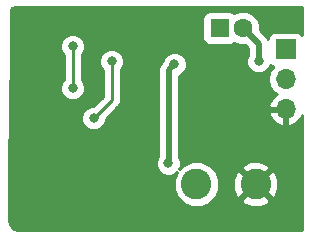
<source format=gbr>
G04 #@! TF.GenerationSoftware,KiCad,Pcbnew,(5.0.0)*
G04 #@! TF.CreationDate,2018-08-05T21:05:08-04:00*
G04 #@! TF.ProjectId,5vStepDown,357653746570446F776E2E6B69636164,rev?*
G04 #@! TF.SameCoordinates,Original*
G04 #@! TF.FileFunction,Copper,L2,Bot,Signal*
G04 #@! TF.FilePolarity,Positive*
%FSLAX46Y46*%
G04 Gerber Fmt 4.6, Leading zero omitted, Abs format (unit mm)*
G04 Created by KiCad (PCBNEW (5.0.0)) date 08/05/18 21:05:08*
%MOMM*%
%LPD*%
G01*
G04 APERTURE LIST*
G04 #@! TA.AperFunction,ComponentPad*
%ADD10C,1.600000*%
G04 #@! TD*
G04 #@! TA.AperFunction,ComponentPad*
%ADD11R,1.600000X1.600000*%
G04 #@! TD*
G04 #@! TA.AperFunction,ComponentPad*
%ADD12C,2.600000*%
G04 #@! TD*
G04 #@! TA.AperFunction,ComponentPad*
%ADD13O,1.700000X1.700000*%
G04 #@! TD*
G04 #@! TA.AperFunction,ComponentPad*
%ADD14R,1.700000X1.700000*%
G04 #@! TD*
G04 #@! TA.AperFunction,ViaPad*
%ADD15C,0.800000*%
G04 #@! TD*
G04 #@! TA.AperFunction,Conductor*
%ADD16C,0.500000*%
G04 #@! TD*
G04 #@! TA.AperFunction,Conductor*
%ADD17C,0.250000*%
G04 #@! TD*
G04 #@! TA.AperFunction,Conductor*
%ADD18C,0.254000*%
G04 #@! TD*
G04 APERTURE END LIST*
D10*
G04 #@! TO.P,C1,2*
G04 #@! TO.N,GND*
X180308000Y-88900000D03*
D11*
G04 #@! TO.P,C1,1*
G04 #@! TO.N,INPUT*
X178308000Y-88900000D03*
G04 #@! TD*
D12*
G04 #@! TO.P,10uH-4A1,2*
G04 #@! TO.N,Net-(10uH-4A1-Pad2)*
X176356000Y-102108000D03*
G04 #@! TO.P,10uH-4A1,1*
G04 #@! TO.N,OUTPUT*
X181356000Y-102108000D03*
G04 #@! TD*
D13*
G04 #@! TO.P,J1,3*
G04 #@! TO.N,OUTPUT*
X183896000Y-95758000D03*
G04 #@! TO.P,J1,2*
G04 #@! TO.N,GND*
X183896000Y-93218000D03*
D14*
G04 #@! TO.P,J1,1*
G04 #@! TO.N,INPUT*
X183896000Y-90678000D03*
G04 #@! TD*
D15*
G04 #@! TO.N,OUTPUT*
X170688000Y-96774000D03*
G04 #@! TO.N,Net-(10uH-4A1-Pad2)*
X174493347Y-91943347D03*
X173980001Y-100339999D03*
G04 #@! TO.N,GND*
X181610000Y-91694000D03*
G04 #@! TO.N,Net-(R1-Pad1)*
X165862000Y-93980000D03*
X165862000Y-90424000D03*
G04 #@! TO.N,Net-(R3-Pad1)*
X169164000Y-91694000D03*
X167640000Y-96520000D03*
G04 #@! TD*
D16*
G04 #@! TO.N,Net-(10uH-4A1-Pad2)*
X173990000Y-100330000D02*
X173980001Y-100339999D01*
X173990000Y-92446694D02*
X173990000Y-100330000D01*
X174493347Y-91943347D02*
X173990000Y-92446694D01*
G04 #@! TO.N,GND*
X181610000Y-90202000D02*
X180308000Y-88900000D01*
X181610000Y-91694000D02*
X181610000Y-90202000D01*
D17*
G04 #@! TO.N,Net-(R1-Pad1)*
X165862000Y-93980000D02*
X165862000Y-90424000D01*
G04 #@! TO.N,Net-(R3-Pad1)*
X169164000Y-91694000D02*
X169164000Y-94996000D01*
X169164000Y-94996000D02*
X167640000Y-96520000D01*
G04 #@! TD*
D18*
G04 #@! TO.N,OUTPUT*
G36*
X185293000Y-89503674D02*
X185203809Y-89370191D01*
X184993765Y-89229843D01*
X184746000Y-89180560D01*
X183046000Y-89180560D01*
X182798235Y-89229843D01*
X182588191Y-89370191D01*
X182447843Y-89580235D01*
X182404506Y-89798105D01*
X182334669Y-89693586D01*
X182297424Y-89637845D01*
X182297423Y-89637844D01*
X182248049Y-89563951D01*
X182174156Y-89514577D01*
X181743000Y-89083421D01*
X181743000Y-88614561D01*
X181524534Y-88087138D01*
X181120862Y-87683466D01*
X180593439Y-87465000D01*
X180022561Y-87465000D01*
X179572090Y-87651591D01*
X179565809Y-87642191D01*
X179355765Y-87501843D01*
X179108000Y-87452560D01*
X177508000Y-87452560D01*
X177260235Y-87501843D01*
X177050191Y-87642191D01*
X176909843Y-87852235D01*
X176860560Y-88100000D01*
X176860560Y-89700000D01*
X176909843Y-89947765D01*
X177050191Y-90157809D01*
X177260235Y-90298157D01*
X177508000Y-90347440D01*
X179108000Y-90347440D01*
X179355765Y-90298157D01*
X179565809Y-90157809D01*
X179572090Y-90148409D01*
X180022561Y-90335000D01*
X180491421Y-90335000D01*
X180725001Y-90568580D01*
X180725000Y-91125992D01*
X180575000Y-91488126D01*
X180575000Y-91899874D01*
X180732569Y-92280280D01*
X181023720Y-92571431D01*
X181404126Y-92729000D01*
X181815874Y-92729000D01*
X182196280Y-92571431D01*
X182487431Y-92280280D01*
X182604806Y-91996911D01*
X182798235Y-92126157D01*
X182843619Y-92135184D01*
X182825375Y-92147375D01*
X182497161Y-92638582D01*
X182381908Y-93218000D01*
X182497161Y-93797418D01*
X182825375Y-94288625D01*
X183144478Y-94501843D01*
X183014642Y-94562817D01*
X182624355Y-94991076D01*
X182454524Y-95401110D01*
X182575845Y-95631000D01*
X183769000Y-95631000D01*
X183769000Y-95611000D01*
X184023000Y-95611000D01*
X184023000Y-95631000D01*
X184043000Y-95631000D01*
X184043000Y-95885000D01*
X184023000Y-95885000D01*
X184023000Y-97078819D01*
X184252892Y-97199486D01*
X184777358Y-96953183D01*
X185167645Y-96524924D01*
X185293000Y-96222271D01*
X185293000Y-105970000D01*
X161218233Y-105970000D01*
X160907953Y-105863692D01*
X160699317Y-105701786D01*
X160554375Y-105481029D01*
X160477804Y-105182541D01*
X160476000Y-105140698D01*
X160476000Y-100472834D01*
X160480456Y-100134125D01*
X172945001Y-100134125D01*
X172945001Y-100545873D01*
X173102570Y-100926279D01*
X173393721Y-101217430D01*
X173774127Y-101374999D01*
X174185875Y-101374999D01*
X174566281Y-101217430D01*
X174675836Y-101107875D01*
X174421000Y-101723105D01*
X174421000Y-102492895D01*
X174715586Y-103204090D01*
X175259910Y-103748414D01*
X175971105Y-104043000D01*
X176740895Y-104043000D01*
X177452090Y-103748414D01*
X177723045Y-103477459D01*
X180166146Y-103477459D01*
X180301504Y-103775455D01*
X181019880Y-104052066D01*
X181789427Y-104032710D01*
X182410496Y-103775455D01*
X182545854Y-103477459D01*
X181356000Y-102287605D01*
X180166146Y-103477459D01*
X177723045Y-103477459D01*
X177996414Y-103204090D01*
X178291000Y-102492895D01*
X178291000Y-101771880D01*
X179411934Y-101771880D01*
X179431290Y-102541427D01*
X179688545Y-103162496D01*
X179986541Y-103297854D01*
X181176395Y-102108000D01*
X181535605Y-102108000D01*
X182725459Y-103297854D01*
X183023455Y-103162496D01*
X183300066Y-102444120D01*
X183280710Y-101674573D01*
X183023455Y-101053504D01*
X182725459Y-100918146D01*
X181535605Y-102108000D01*
X181176395Y-102108000D01*
X179986541Y-100918146D01*
X179688545Y-101053504D01*
X179411934Y-101771880D01*
X178291000Y-101771880D01*
X178291000Y-101723105D01*
X177996414Y-101011910D01*
X177723045Y-100738541D01*
X180166146Y-100738541D01*
X181356000Y-101928395D01*
X182545854Y-100738541D01*
X182410496Y-100440545D01*
X181692120Y-100163934D01*
X180922573Y-100183290D01*
X180301504Y-100440545D01*
X180166146Y-100738541D01*
X177723045Y-100738541D01*
X177452090Y-100467586D01*
X176740895Y-100173000D01*
X175971105Y-100173000D01*
X175259910Y-100467586D01*
X174897182Y-100830314D01*
X175015001Y-100545873D01*
X175015001Y-100134125D01*
X174875000Y-99796132D01*
X174875000Y-96114890D01*
X182454524Y-96114890D01*
X182624355Y-96524924D01*
X183014642Y-96953183D01*
X183539108Y-97199486D01*
X183769000Y-97078819D01*
X183769000Y-95885000D01*
X182575845Y-95885000D01*
X182454524Y-96114890D01*
X174875000Y-96114890D01*
X174875000Y-92905537D01*
X175079627Y-92820778D01*
X175370778Y-92529627D01*
X175528347Y-92149221D01*
X175528347Y-91737473D01*
X175370778Y-91357067D01*
X175079627Y-91065916D01*
X174699221Y-90908347D01*
X174287473Y-90908347D01*
X173907067Y-91065916D01*
X173615916Y-91357067D01*
X173465916Y-91719200D01*
X173425847Y-91759269D01*
X173351951Y-91808645D01*
X173156348Y-92101385D01*
X173105000Y-92359530D01*
X173105000Y-92359533D01*
X173087663Y-92446694D01*
X173105000Y-92533855D01*
X173105001Y-99751288D01*
X173102570Y-99753719D01*
X172945001Y-100134125D01*
X160480456Y-100134125D01*
X160530719Y-96314126D01*
X166605000Y-96314126D01*
X166605000Y-96725874D01*
X166762569Y-97106280D01*
X167053720Y-97397431D01*
X167434126Y-97555000D01*
X167845874Y-97555000D01*
X168226280Y-97397431D01*
X168517431Y-97106280D01*
X168675000Y-96725874D01*
X168675000Y-96559802D01*
X169648476Y-95586327D01*
X169711929Y-95543929D01*
X169754327Y-95480476D01*
X169754329Y-95480474D01*
X169879903Y-95292538D01*
X169879904Y-95292537D01*
X169924000Y-95070852D01*
X169924000Y-95070848D01*
X169938888Y-94996001D01*
X169924000Y-94921154D01*
X169924000Y-92397711D01*
X170041431Y-92280280D01*
X170199000Y-91899874D01*
X170199000Y-91488126D01*
X170041431Y-91107720D01*
X169750280Y-90816569D01*
X169369874Y-90659000D01*
X168958126Y-90659000D01*
X168577720Y-90816569D01*
X168286569Y-91107720D01*
X168129000Y-91488126D01*
X168129000Y-91899874D01*
X168286569Y-92280280D01*
X168404000Y-92397711D01*
X168404001Y-94681196D01*
X167600198Y-95485000D01*
X167434126Y-95485000D01*
X167053720Y-95642569D01*
X166762569Y-95933720D01*
X166605000Y-96314126D01*
X160530719Y-96314126D01*
X160610930Y-90218126D01*
X164827000Y-90218126D01*
X164827000Y-90629874D01*
X164984569Y-91010280D01*
X165102001Y-91127712D01*
X165102000Y-93276289D01*
X164984569Y-93393720D01*
X164827000Y-93774126D01*
X164827000Y-94185874D01*
X164984569Y-94566280D01*
X165275720Y-94857431D01*
X165656126Y-95015000D01*
X166067874Y-95015000D01*
X166448280Y-94857431D01*
X166739431Y-94566280D01*
X166897000Y-94185874D01*
X166897000Y-93774126D01*
X166739431Y-93393720D01*
X166622000Y-93276289D01*
X166622000Y-91127711D01*
X166739431Y-91010280D01*
X166897000Y-90629874D01*
X166897000Y-90218126D01*
X166739431Y-89837720D01*
X166448280Y-89546569D01*
X166067874Y-89389000D01*
X165656126Y-89389000D01*
X165275720Y-89546569D01*
X164984569Y-89837720D01*
X164827000Y-90218126D01*
X160610930Y-90218126D01*
X160650010Y-87248043D01*
X160761477Y-87154512D01*
X160970465Y-87078445D01*
X161066996Y-87070000D01*
X185293000Y-87070000D01*
X185293000Y-89503674D01*
X185293000Y-89503674D01*
G37*
X185293000Y-89503674D02*
X185203809Y-89370191D01*
X184993765Y-89229843D01*
X184746000Y-89180560D01*
X183046000Y-89180560D01*
X182798235Y-89229843D01*
X182588191Y-89370191D01*
X182447843Y-89580235D01*
X182404506Y-89798105D01*
X182334669Y-89693586D01*
X182297424Y-89637845D01*
X182297423Y-89637844D01*
X182248049Y-89563951D01*
X182174156Y-89514577D01*
X181743000Y-89083421D01*
X181743000Y-88614561D01*
X181524534Y-88087138D01*
X181120862Y-87683466D01*
X180593439Y-87465000D01*
X180022561Y-87465000D01*
X179572090Y-87651591D01*
X179565809Y-87642191D01*
X179355765Y-87501843D01*
X179108000Y-87452560D01*
X177508000Y-87452560D01*
X177260235Y-87501843D01*
X177050191Y-87642191D01*
X176909843Y-87852235D01*
X176860560Y-88100000D01*
X176860560Y-89700000D01*
X176909843Y-89947765D01*
X177050191Y-90157809D01*
X177260235Y-90298157D01*
X177508000Y-90347440D01*
X179108000Y-90347440D01*
X179355765Y-90298157D01*
X179565809Y-90157809D01*
X179572090Y-90148409D01*
X180022561Y-90335000D01*
X180491421Y-90335000D01*
X180725001Y-90568580D01*
X180725000Y-91125992D01*
X180575000Y-91488126D01*
X180575000Y-91899874D01*
X180732569Y-92280280D01*
X181023720Y-92571431D01*
X181404126Y-92729000D01*
X181815874Y-92729000D01*
X182196280Y-92571431D01*
X182487431Y-92280280D01*
X182604806Y-91996911D01*
X182798235Y-92126157D01*
X182843619Y-92135184D01*
X182825375Y-92147375D01*
X182497161Y-92638582D01*
X182381908Y-93218000D01*
X182497161Y-93797418D01*
X182825375Y-94288625D01*
X183144478Y-94501843D01*
X183014642Y-94562817D01*
X182624355Y-94991076D01*
X182454524Y-95401110D01*
X182575845Y-95631000D01*
X183769000Y-95631000D01*
X183769000Y-95611000D01*
X184023000Y-95611000D01*
X184023000Y-95631000D01*
X184043000Y-95631000D01*
X184043000Y-95885000D01*
X184023000Y-95885000D01*
X184023000Y-97078819D01*
X184252892Y-97199486D01*
X184777358Y-96953183D01*
X185167645Y-96524924D01*
X185293000Y-96222271D01*
X185293000Y-105970000D01*
X161218233Y-105970000D01*
X160907953Y-105863692D01*
X160699317Y-105701786D01*
X160554375Y-105481029D01*
X160477804Y-105182541D01*
X160476000Y-105140698D01*
X160476000Y-100472834D01*
X160480456Y-100134125D01*
X172945001Y-100134125D01*
X172945001Y-100545873D01*
X173102570Y-100926279D01*
X173393721Y-101217430D01*
X173774127Y-101374999D01*
X174185875Y-101374999D01*
X174566281Y-101217430D01*
X174675836Y-101107875D01*
X174421000Y-101723105D01*
X174421000Y-102492895D01*
X174715586Y-103204090D01*
X175259910Y-103748414D01*
X175971105Y-104043000D01*
X176740895Y-104043000D01*
X177452090Y-103748414D01*
X177723045Y-103477459D01*
X180166146Y-103477459D01*
X180301504Y-103775455D01*
X181019880Y-104052066D01*
X181789427Y-104032710D01*
X182410496Y-103775455D01*
X182545854Y-103477459D01*
X181356000Y-102287605D01*
X180166146Y-103477459D01*
X177723045Y-103477459D01*
X177996414Y-103204090D01*
X178291000Y-102492895D01*
X178291000Y-101771880D01*
X179411934Y-101771880D01*
X179431290Y-102541427D01*
X179688545Y-103162496D01*
X179986541Y-103297854D01*
X181176395Y-102108000D01*
X181535605Y-102108000D01*
X182725459Y-103297854D01*
X183023455Y-103162496D01*
X183300066Y-102444120D01*
X183280710Y-101674573D01*
X183023455Y-101053504D01*
X182725459Y-100918146D01*
X181535605Y-102108000D01*
X181176395Y-102108000D01*
X179986541Y-100918146D01*
X179688545Y-101053504D01*
X179411934Y-101771880D01*
X178291000Y-101771880D01*
X178291000Y-101723105D01*
X177996414Y-101011910D01*
X177723045Y-100738541D01*
X180166146Y-100738541D01*
X181356000Y-101928395D01*
X182545854Y-100738541D01*
X182410496Y-100440545D01*
X181692120Y-100163934D01*
X180922573Y-100183290D01*
X180301504Y-100440545D01*
X180166146Y-100738541D01*
X177723045Y-100738541D01*
X177452090Y-100467586D01*
X176740895Y-100173000D01*
X175971105Y-100173000D01*
X175259910Y-100467586D01*
X174897182Y-100830314D01*
X175015001Y-100545873D01*
X175015001Y-100134125D01*
X174875000Y-99796132D01*
X174875000Y-96114890D01*
X182454524Y-96114890D01*
X182624355Y-96524924D01*
X183014642Y-96953183D01*
X183539108Y-97199486D01*
X183769000Y-97078819D01*
X183769000Y-95885000D01*
X182575845Y-95885000D01*
X182454524Y-96114890D01*
X174875000Y-96114890D01*
X174875000Y-92905537D01*
X175079627Y-92820778D01*
X175370778Y-92529627D01*
X175528347Y-92149221D01*
X175528347Y-91737473D01*
X175370778Y-91357067D01*
X175079627Y-91065916D01*
X174699221Y-90908347D01*
X174287473Y-90908347D01*
X173907067Y-91065916D01*
X173615916Y-91357067D01*
X173465916Y-91719200D01*
X173425847Y-91759269D01*
X173351951Y-91808645D01*
X173156348Y-92101385D01*
X173105000Y-92359530D01*
X173105000Y-92359533D01*
X173087663Y-92446694D01*
X173105000Y-92533855D01*
X173105001Y-99751288D01*
X173102570Y-99753719D01*
X172945001Y-100134125D01*
X160480456Y-100134125D01*
X160530719Y-96314126D01*
X166605000Y-96314126D01*
X166605000Y-96725874D01*
X166762569Y-97106280D01*
X167053720Y-97397431D01*
X167434126Y-97555000D01*
X167845874Y-97555000D01*
X168226280Y-97397431D01*
X168517431Y-97106280D01*
X168675000Y-96725874D01*
X168675000Y-96559802D01*
X169648476Y-95586327D01*
X169711929Y-95543929D01*
X169754327Y-95480476D01*
X169754329Y-95480474D01*
X169879903Y-95292538D01*
X169879904Y-95292537D01*
X169924000Y-95070852D01*
X169924000Y-95070848D01*
X169938888Y-94996001D01*
X169924000Y-94921154D01*
X169924000Y-92397711D01*
X170041431Y-92280280D01*
X170199000Y-91899874D01*
X170199000Y-91488126D01*
X170041431Y-91107720D01*
X169750280Y-90816569D01*
X169369874Y-90659000D01*
X168958126Y-90659000D01*
X168577720Y-90816569D01*
X168286569Y-91107720D01*
X168129000Y-91488126D01*
X168129000Y-91899874D01*
X168286569Y-92280280D01*
X168404000Y-92397711D01*
X168404001Y-94681196D01*
X167600198Y-95485000D01*
X167434126Y-95485000D01*
X167053720Y-95642569D01*
X166762569Y-95933720D01*
X166605000Y-96314126D01*
X160530719Y-96314126D01*
X160610930Y-90218126D01*
X164827000Y-90218126D01*
X164827000Y-90629874D01*
X164984569Y-91010280D01*
X165102001Y-91127712D01*
X165102000Y-93276289D01*
X164984569Y-93393720D01*
X164827000Y-93774126D01*
X164827000Y-94185874D01*
X164984569Y-94566280D01*
X165275720Y-94857431D01*
X165656126Y-95015000D01*
X166067874Y-95015000D01*
X166448280Y-94857431D01*
X166739431Y-94566280D01*
X166897000Y-94185874D01*
X166897000Y-93774126D01*
X166739431Y-93393720D01*
X166622000Y-93276289D01*
X166622000Y-91127711D01*
X166739431Y-91010280D01*
X166897000Y-90629874D01*
X166897000Y-90218126D01*
X166739431Y-89837720D01*
X166448280Y-89546569D01*
X166067874Y-89389000D01*
X165656126Y-89389000D01*
X165275720Y-89546569D01*
X164984569Y-89837720D01*
X164827000Y-90218126D01*
X160610930Y-90218126D01*
X160650010Y-87248043D01*
X160761477Y-87154512D01*
X160970465Y-87078445D01*
X161066996Y-87070000D01*
X185293000Y-87070000D01*
X185293000Y-89503674D01*
G04 #@! TD*
M02*

</source>
